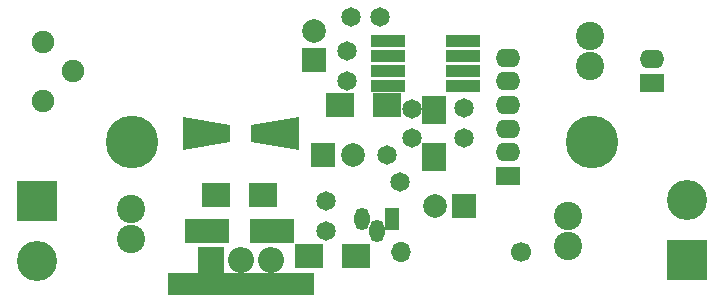
<source format=gbr>
G04 #@! TF.GenerationSoftware,KiCad,Pcbnew,5.1.5+dfsg1-2build2*
G04 #@! TF.CreationDate,2022-05-23T14:10:15+02:00*
G04 #@! TF.ProjectId,wy__cznik zmierzchowy wersja II,77794205-637a-46e6-996b-207a6d696572,rev?*
G04 #@! TF.SameCoordinates,Original*
G04 #@! TF.FileFunction,Soldermask,Top*
G04 #@! TF.FilePolarity,Negative*
%FSLAX46Y46*%
G04 Gerber Fmt 4.6, Leading zero omitted, Abs format (unit mm)*
G04 Created by KiCad (PCBNEW 5.1.5+dfsg1-2build2) date 2022-05-23 14:10:15*
%MOMM*%
%LPD*%
G04 APERTURE LIST*
%ADD10R,2.400000X2.000000*%
%ADD11C,1.650000*%
%ADD12R,2.000000X2.000000*%
%ADD13C,2.000000*%
%ADD14C,0.100000*%
%ADD15R,3.700000X2.100000*%
%ADD16R,2.100000X1.600000*%
%ADD17O,2.100000X1.600000*%
%ADD18C,1.700000*%
%ADD19O,1.700000X1.700000*%
%ADD20R,2.100000X2.400000*%
%ADD21R,2.400000X2.100000*%
%ADD22C,1.900000*%
%ADD23R,2.950000X1.100000*%
%ADD24R,2.900000X1.100000*%
%ADD25O,1.300000X1.900000*%
%ADD26R,1.300000X1.900000*%
%ADD27R,3.400000X3.400000*%
%ADD28C,3.400000*%
%ADD29R,2.200000X2.200000*%
%ADD30O,2.200000X2.200000*%
%ADD31R,12.400000X1.900000*%
%ADD32C,2.400000*%
%ADD33C,4.464000*%
G04 APERTURE END LIST*
D10*
X50641000Y-22860000D03*
X46641000Y-22860000D03*
D11*
X57150000Y-23114000D03*
X57150000Y-25614000D03*
D12*
X45212000Y-27051000D03*
D13*
X47712000Y-27051000D03*
D11*
X45466000Y-30988000D03*
X45466000Y-33488000D03*
X51689000Y-29337000D03*
X50632454Y-27071231D03*
X52705000Y-25654000D03*
X52705000Y-23154000D03*
D12*
X57150000Y-31369000D03*
D13*
X54650000Y-31369000D03*
D11*
X47200000Y-20800000D03*
X47200000Y-18300000D03*
D12*
X44450000Y-19050000D03*
D13*
X44450000Y-16550000D03*
D11*
X50038000Y-15367000D03*
X47538000Y-15367000D03*
D14*
G36*
X43127000Y-23886908D02*
G01*
X43127000Y-26659092D01*
X39127000Y-25992426D01*
X39127000Y-24553574D01*
X43127000Y-23886908D01*
G37*
G36*
X33327000Y-26659092D02*
G01*
X33327000Y-23886908D01*
X37327000Y-24553574D01*
X37327000Y-25992426D01*
X33327000Y-26659092D01*
G37*
D15*
X35350000Y-33528000D03*
X40850000Y-33528000D03*
D16*
X73000000Y-21000000D03*
D17*
X73000000Y-19000000D03*
D18*
X61976000Y-35306000D03*
D19*
X51816000Y-35306000D03*
D20*
X54610000Y-27273000D03*
X54610000Y-23273000D03*
D21*
X44000000Y-35600000D03*
X48000000Y-35600000D03*
D22*
X24000000Y-20000000D03*
X21500000Y-22500000D03*
X21500000Y-17500000D03*
D23*
X57023000Y-21209000D03*
X57023000Y-19939000D03*
X57023000Y-18669000D03*
D24*
X57023000Y-17399000D03*
D23*
X50673000Y-17399000D03*
X50673000Y-18669000D03*
X50673000Y-19939000D03*
X50673000Y-21209000D03*
D25*
X49800000Y-33500000D03*
X48514000Y-32512000D03*
D26*
X51054000Y-32512000D03*
D27*
X21000000Y-31000000D03*
D28*
X21000000Y-36080000D03*
D27*
X76000000Y-36000000D03*
D28*
X76000000Y-30920000D03*
D29*
X35687000Y-35941000D03*
D30*
X38227000Y-35941000D03*
X40767000Y-35941000D03*
D16*
X60813000Y-28852000D03*
D17*
X60813000Y-26852000D03*
X60813000Y-24852000D03*
X60813000Y-22852000D03*
X60813000Y-20852000D03*
X60813000Y-18852000D03*
D21*
X36100000Y-30480000D03*
X40100000Y-30480000D03*
D31*
X38227000Y-37973000D03*
D32*
X67818000Y-19558000D03*
X67818000Y-17018000D03*
X65900000Y-34800000D03*
X65900000Y-32260000D03*
X28900000Y-34200000D03*
X28900000Y-31660000D03*
D33*
X29000000Y-26000000D03*
X68000000Y-26000000D03*
M02*

</source>
